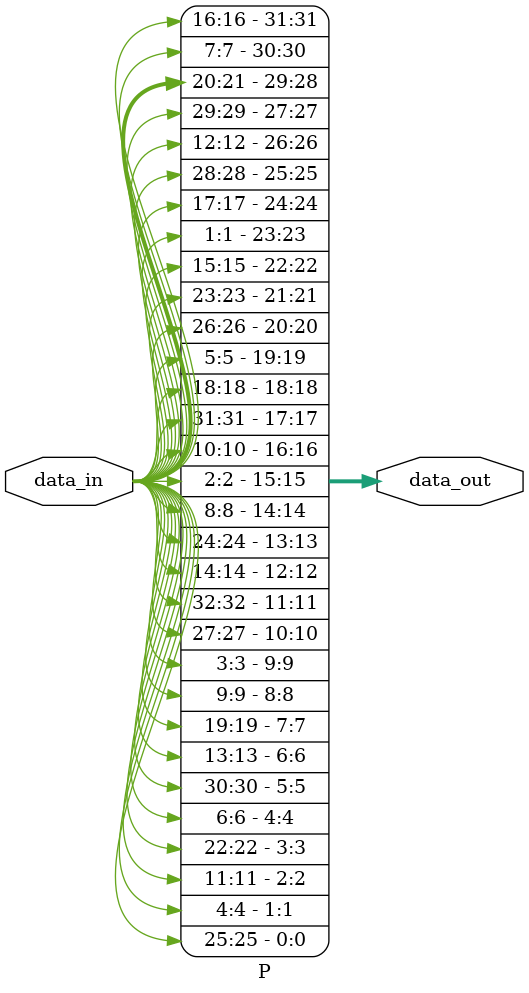
<source format=v>
`timescale 1 ns / 1 ps

module P
(
 input [1:32] data_in,
 output [1:32] data_out
);

assign data_out[1]  = data_in[16];
assign data_out[2]  = data_in[7];
assign data_out[3]  = data_in[20];
assign data_out[4]  = data_in[21];
assign data_out[5]  = data_in[29];
assign data_out[6]  = data_in[12];
assign data_out[7]  = data_in[28];
assign data_out[8]  = data_in[17];
assign data_out[9]  = data_in[1];
assign data_out[10] = data_in[15];
assign data_out[11] = data_in[23];
assign data_out[12] = data_in[26];
assign data_out[13] = data_in[5];
assign data_out[14] = data_in[18];
assign data_out[15] = data_in[31];
assign data_out[16] = data_in[10];
assign data_out[17] = data_in[2];
assign data_out[18] = data_in[8];
assign data_out[19] = data_in[24];
assign data_out[20] = data_in[14];
assign data_out[21] = data_in[32];
assign data_out[22] = data_in[27];
assign data_out[23] = data_in[3];
assign data_out[24] = data_in[9];
assign data_out[25] = data_in[19];
assign data_out[26] = data_in[13];
assign data_out[27] = data_in[30];
assign data_out[28] = data_in[6];
assign data_out[29] = data_in[22];
assign data_out[30] = data_in[11];
assign data_out[31] = data_in[4];
assign data_out[32] = data_in[25];

endmodule
</source>
